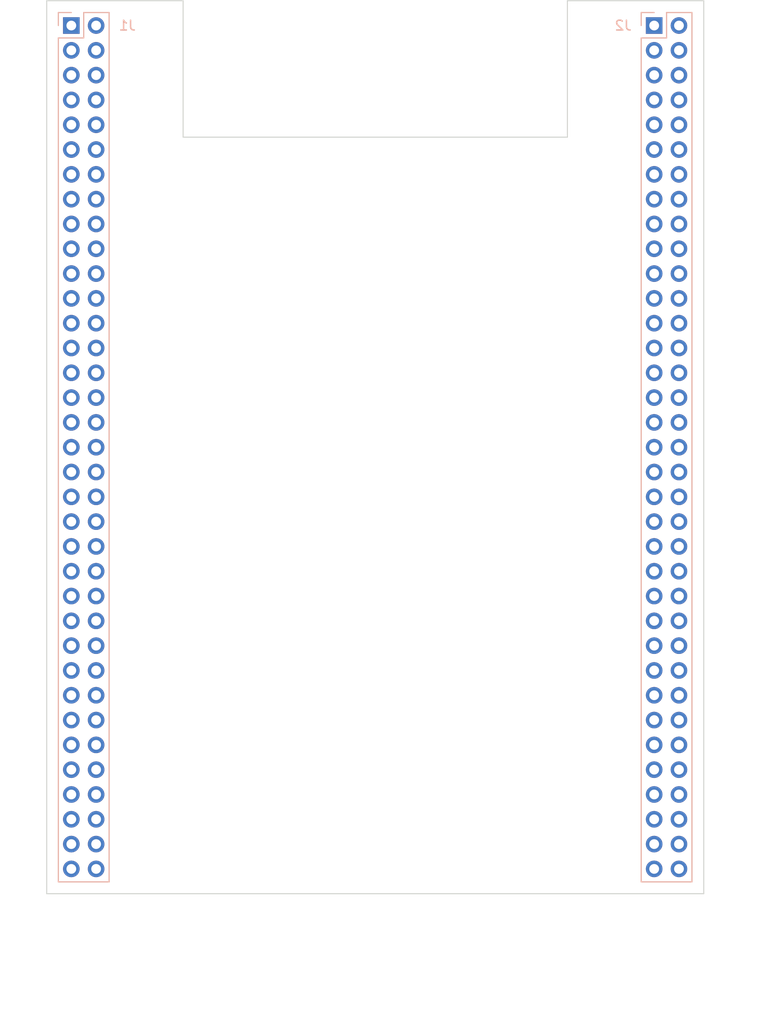
<source format=kicad_pcb>
(kicad_pcb (version 20221018) (generator pcbnew)
  (layers (0 "F.Cu" signal) (31 "B.Cu" signal) (34 "B.Paste" user) (35 "F.Paste" user) (36 "B.SilkS" user "B.Silkscreen") (37 "F.SilkS" user "F.Silkscreen") (38 "B.Mask" user) (39 "F.Mask" user) (44 "Edge.Cuts" user))
  (net 0 "")
  (net 13 "/nRESET")
  (net 15 "GND")
  (net 35 "/A1")
  (net 37 "/A2")
  (net 46 "/D3")
  (net 47 "/D2")
  (net 48 "/D14")
  (net 51 "/D13")
  (net 77 "/A5")
  (net 78 "/A4")
  (net 79 "/D5")
  (net 84 "/D4")
  (net 91 "/D0")
  (net 95 "/D7")
  (net 97 "/D1")
  (net 98 "/D9")
  (net 99 "/D11")
  (net 103 "/D6")
  (net 105 "/D12")
  (net 106 "/D10")
  (net 107 "/D8")
  (net 108 "/A7")
  (net 110 "/A3")
  (net 111 "/A6")
  (net 112 "/D15")
  (net 122 "/IRQ")
  (net 123 "+3.3V")
  (net 124 "/WAKEUP")
  (net 125 "/nOE")
  (net 126 "/nWE")
  (net 128 "/nE1")
  (footprint "Connector_PinSocket_2.54mm:PinSocket_2x35_P2.54mm_Vertical" (layer "B.Cu") (at 160.02 66.04 180)
    (fp_text reference "J2" (at 3.175 0) (layer "B.SilkS") (effects (justify mirror)))
    (fp_text value "Conn_02x35_Odd_Even")
    (fp_line (start -3.87 -87.69) (end 1.33 -87.69) (stroke (width 0.12)) (layer "B.SilkS"))
    (fp_line (start -3.87 1.33) (end -3.87 -87.69) (stroke (width 0.12)) (layer "B.SilkS"))
    (fp_line (start -3.87 1.33) (end -1.27 1.33) (stroke (width 0.12)) (layer "B.SilkS"))
    (fp_line (start -1.27 -1.27) (end 1.33 -1.27) (stroke (width 0.12)) (layer "B.SilkS"))
    (fp_line (start -1.27 1.33) (end -1.27 -1.27) (stroke (width 0.12)) (layer "B.SilkS"))
    (fp_line (start 0 1.33) (end 1.33 1.33) (stroke (width 0.12)) (layer "B.SilkS"))
    (fp_line (start 1.33 -1.27) (end 1.33 -87.69) (stroke (width 0.12)) (layer "B.SilkS"))
    (fp_line (start 1.33 1.33) (end 1.33 0) (stroke (width 0.12)) (layer "B.SilkS"))
    (pad "1" thru_hole rect (at 0 0 180) (size 1.7 1.7) (drill 1) (layers "*.Cu" "*.Mask"))
    (pad "2" thru_hole oval (at -2.54 0 180) (size 1.7 1.7) (drill 1) (layers "*.Cu" "*.Mask"))
    (pad "3" thru_hole oval (at 0 -2.54 180) (size 1.7 1.7) (drill 1) (layers "*.Cu" "*.Mask"))
    (pad "4" thru_hole oval (at -2.54 -2.54 180) (size 1.7 1.7) (drill 1) (layers "*.Cu" "*.Mask"))
    (pad "5" thru_hole oval (at 0 -5.08 180) (size 1.7 1.7) (drill 1) (layers "*.Cu" "*.Mask"))
    (pad "6" thru_hole oval (at -2.54 -5.08 180) (size 1.7 1.7) (drill 1) (layers "*.Cu" "*.Mask"))
    (pad "7" thru_hole oval (at 0 -7.62 180) (size 1.7 1.7) (drill 1) (layers "*.Cu" "*.Mask"))
    (pad "8" thru_hole oval (at -2.54 -7.62 180) (size 1.7 1.7) (drill 1) (layers "*.Cu" "*.Mask"))
    (pad "9" thru_hole oval (at 0 -10.16 180) (size 1.7 1.7) (drill 1) (layers "*.Cu" "*.Mask") (net 15 "GND"))
    (pad "10" thru_hole oval (at -2.54 -10.16 180) (size 1.7 1.7) (drill 1) (layers "*.Cu" "*.Mask") (net 51 "/D13"))
    (pad "11" thru_hole oval (at 0 -12.7 180) (size 1.7 1.7) (drill 1) (layers "*.Cu" "*.Mask"))
    (pad "12" thru_hole oval (at -2.54 -12.7 180) (size 1.7 1.7) (drill 1) (layers "*.Cu" "*.Mask"))
    (pad "13" thru_hole oval (at 0 -15.24 180) (size 1.7 1.7) (drill 1) (layers "*.Cu" "*.Mask"))
    (pad "14" thru_hole oval (at -2.54 -15.24 180) (size 1.7 1.7) (drill 1) (layers "*.Cu" "*.Mask"))
    (pad "15" thru_hole oval (at 0 -17.78 180) (size 1.7 1.7) (drill 1) (layers "*.Cu" "*.Mask"))
    (pad "16" thru_hole oval (at -2.54 -17.78 180) (size 1.7 1.7) (drill 1) (layers "*.Cu" "*.Mask"))
    (pad "17" thru_hole oval (at 0 -20.32 180) (size 1.7 1.7) (drill 1) (layers "*.Cu" "*.Mask"))
    (pad "18" thru_hole oval (at -2.54 -20.32 180) (size 1.7 1.7) (drill 1) (layers "*.Cu" "*.Mask"))
    (pad "19" thru_hole oval (at 0 -22.86 180) (size 1.7 1.7) (drill 1) (layers "*.Cu" "*.Mask") (net 128 "/nE1"))
    (pad "20" thru_hole oval (at -2.54 -22.86 180) (size 1.7 1.7) (drill 1) (layers "*.Cu" "*.Mask") (net 15 "GND"))
    (pad "21" thru_hole oval (at 0 -25.4 180) (size 1.7 1.7) (drill 1) (layers "*.Cu" "*.Mask"))
    (pad "22" thru_hole oval (at -2.54 -25.4 180) (size 1.7 1.7) (drill 1) (layers "*.Cu" "*.Mask"))
    (pad "23" thru_hole oval (at 0 -27.94 180) (size 1.7 1.7) (drill 1) (layers "*.Cu" "*.Mask"))
    (pad "24" thru_hole oval (at -2.54 -27.94 180) (size 1.7 1.7) (drill 1) (layers "*.Cu" "*.Mask"))
    (pad "25" thru_hole oval (at 0 -30.48 180) (size 1.7 1.7) (drill 1) (layers "*.Cu" "*.Mask"))
    (pad "26" thru_hole oval (at -2.54 -30.48 180) (size 1.7 1.7) (drill 1) (layers "*.Cu" "*.Mask"))
    (pad "27" thru_hole oval (at 0 -33.02 180) (size 1.7 1.7) (drill 1) (layers "*.Cu" "*.Mask"))
    (pad "28" thru_hole oval (at -2.54 -33.02 180) (size 1.7 1.7) (drill 1) (layers "*.Cu" "*.Mask"))
    (pad "29" thru_hole oval (at 0 -35.56 180) (size 1.7 1.7) (drill 1) (layers "*.Cu" "*.Mask"))
    (pad "30" thru_hole oval (at -2.54 -35.56 180) (size 1.7 1.7) (drill 1) (layers "*.Cu" "*.Mask"))
    (pad "31" thru_hole oval (at 0 -38.1 180) (size 1.7 1.7) (drill 1) (layers "*.Cu" "*.Mask"))
    (pad "32" thru_hole oval (at -2.54 -38.1 180) (size 1.7 1.7) (drill 1) (layers "*.Cu" "*.Mask") (net 15 "GND"))
    (pad "33" thru_hole oval (at 0 -40.64 180) (size 1.7 1.7) (drill 1) (layers "*.Cu" "*.Mask"))
    (pad "34" thru_hole oval (at -2.54 -40.64 180) (size 1.7 1.7) (drill 1) (layers "*.Cu" "*.Mask"))
    (pad "35" thru_hole oval (at 0 -43.18 180) (size 1.7 1.7) (drill 1) (layers "*.Cu" "*.Mask"))
    (pad "36" thru_hole oval (at -2.54 -43.18 180) (size 1.7 1.7) (drill 1) (layers "*.Cu" "*.Mask") (net 77 "/A5"))
    (pad "37" thru_hole oval (at 0 -45.72 180) (size 1.7 1.7) (drill 1) (layers "*.Cu" "*.Mask"))
    (pad "38" thru_hole oval (at -2.54 -45.72 180) (size 1.7 1.7) (drill 1) (layers "*.Cu" "*.Mask") (net 78 "/A4"))
    (pad "39" thru_hole oval (at 0 -48.26 180) (size 1.7 1.7) (drill 1) (layers "*.Cu" "*.Mask") (net 15 "GND"))
    (pad "40" thru_hole oval (at -2.54 -48.26 180) (size 1.7 1.7) (drill 1) (layers "*.Cu" "*.Mask") (net 79 "/D5"))
    (pad "41" thru_hole oval (at 0 -50.8 180) (size 1.7 1.7) (drill 1) (layers "*.Cu" "*.Mask"))
    (pad "42" thru_hole oval (at -2.54 -50.8 180) (size 1.7 1.7) (drill 1) (layers "*.Cu" "*.Mask"))
    (pad "43" thru_hole oval (at 0 -53.34 180) (size 1.7 1.7) (drill 1) (layers "*.Cu" "*.Mask"))
    (pad "44" thru_hole oval (at -2.54 -53.34 180) (size 1.7 1.7) (drill 1) (layers "*.Cu" "*.Mask") (net 84 "/D4"))
    (pad "45" thru_hole oval (at 0 -55.88 180) (size 1.7 1.7) (drill 1) (layers "*.Cu" "*.Mask"))
    (pad "46" thru_hole oval (at -2.54 -55.88 180) (size 1.7 1.7) (drill 1) (layers "*.Cu" "*.Mask") (net 91 "/D0"))
    (pad "47" thru_hole oval (at 0 -58.42 180) (size 1.7 1.7) (drill 1) (layers "*.Cu" "*.Mask") (net 95 "/D7"))
    (pad "48" thru_hole oval (at -2.54 -58.42 180) (size 1.7 1.7) (drill 1) (layers "*.Cu" "*.Mask") (net 97 "/D1"))
    (pad "49" thru_hole oval (at 0 -60.96 180) (size 1.7 1.7) (drill 1) (layers "*.Cu" "*.Mask") (net 98 "/D9"))
    (pad "50" thru_hole oval (at -2.54 -60.96 180) (size 1.7 1.7) (drill 1) (layers "*.Cu" "*.Mask"))
    (pad "51" thru_hole oval (at 0 -63.5 180) (size 1.7 1.7) (drill 1) (layers "*.Cu" "*.Mask") (net 99 "/D11"))
    (pad "52" thru_hole oval (at -2.54 -63.5 180) (size 1.7 1.7) (drill 1) (layers "*.Cu" "*.Mask") (net 103 "/D6"))
    (pad "53" thru_hole oval (at 0 -66.04 180) (size 1.7 1.7) (drill 1) (layers "*.Cu" "*.Mask") (net 105 "/D12"))
    (pad "54" thru_hole oval (at -2.54 -66.04 180) (size 1.7 1.7) (drill 1) (layers "*.Cu" "*.Mask") (net 15 "GND"))
    (pad "55" thru_hole oval (at 0 -68.58 180) (size 1.7 1.7) (drill 1) (layers "*.Cu" "*.Mask") (net 106 "/D10"))
    (pad "56" thru_hole oval (at -2.54 -68.58 180) (size 1.7 1.7) (drill 1) (layers "*.Cu" "*.Mask") (net 107 "/D8"))
    (pad "57" thru_hole oval (at 0 -71.12 180) (size 1.7 1.7) (drill 1) (layers "*.Cu" "*.Mask") (net 108 "/A7"))
    (pad "58" thru_hole oval (at -2.54 -71.12 180) (size 1.7 1.7) (drill 1) (layers "*.Cu" "*.Mask") (net 110 "/A3"))
    (pad "59" thru_hole oval (at 0 -73.66 180) (size 1.7 1.7) (drill 1) (layers "*.Cu" "*.Mask") (net 111 "/A6"))
    (pad "60" thru_hole oval (at -2.54 -73.66 180) (size 1.7 1.7) (drill 1) (layers "*.Cu" "*.Mask"))
    (pad "61" thru_hole oval (at 0 -76.2 180) (size 1.7 1.7) (drill 1) (layers "*.Cu" "*.Mask"))
    (pad "62" thru_hole oval (at -2.54 -76.2 180) (size 1.7 1.7) (drill 1) (layers "*.Cu" "*.Mask"))
    (pad "63" thru_hole oval (at 0 -78.74 180) (size 1.7 1.7) (drill 1) (layers "*.Cu" "*.Mask") (net 15 "GND"))
    (pad "64" thru_hole oval (at -2.54 -78.74 180) (size 1.7 1.7) (drill 1) (layers "*.Cu" "*.Mask"))
    (pad "65" thru_hole oval (at 0 -81.28 180) (size 1.7 1.7) (drill 1) (layers "*.Cu" "*.Mask") (net 112 "/D15"))
    (pad "66" thru_hole oval (at -2.54 -81.28 180) (size 1.7 1.7) (drill 1) (layers "*.Cu" "*.Mask"))
    (pad "67" thru_hole oval (at 0 -83.82 180) (size 1.7 1.7) (drill 1) (layers "*.Cu" "*.Mask"))
    (pad "68" thru_hole oval (at -2.54 -83.82 180) (size 1.7 1.7) (drill 1) (layers "*.Cu" "*.Mask"))
    (pad "69" thru_hole oval (at 0 -86.36 180) (size 1.7 1.7) (drill 1) (layers "*.Cu" "*.Mask"))
    (pad "70" thru_hole oval (at -2.54 -86.36 180) (size 1.7 1.7) (drill 1) (layers "*.Cu" "*.Mask"))
  )
  (footprint "Connector_PinSocket_2.54mm:PinSocket_2x35_P2.54mm_Vertical" (layer "B.Cu") (at 100.31 66.04 180)
    (fp_text reference "J1" (at -5.735 0) (layer "B.SilkS") (effects (justify mirror)))
    (fp_text value "Conn_02x35_Odd_Even")
    (fp_line (start -3.87 -87.69) (end 1.33 -87.69) (stroke (width 0.12)) (layer "B.SilkS"))
    (fp_line (start -3.87 1.33) (end -3.87 -87.69) (stroke (width 0.12)) (layer "B.SilkS"))
    (fp_line (start -3.87 1.33) (end -1.27 1.33) (stroke (width 0.12)) (layer "B.SilkS"))
    (fp_line (start -1.27 -1.27) (end 1.33 -1.27) (stroke (width 0.12)) (layer "B.SilkS"))
    (fp_line (start -1.27 1.33) (end -1.27 -1.27) (stroke (width 0.12)) (layer "B.SilkS"))
    (fp_line (start 0 1.33) (end 1.33 1.33) (stroke (width 0.12)) (layer "B.SilkS"))
    (fp_line (start 1.33 -1.27) (end 1.33 -87.69) (stroke (width 0.12)) (layer "B.SilkS"))
    (fp_line (start 1.33 1.33) (end 1.33 0) (stroke (width 0.12)) (layer "B.SilkS"))
    (pad "1" thru_hole rect (at 0 0 180) (size 1.7 1.7) (drill 1) (layers "*.Cu" "*.Mask"))
    (pad "2" thru_hole oval (at -2.54 0 180) (size 1.7 1.7) (drill 1) (layers "*.Cu" "*.Mask"))
    (pad "3" thru_hole oval (at 0 -2.54 180) (size 1.7 1.7) (drill 1) (layers "*.Cu" "*.Mask"))
    (pad "4" thru_hole oval (at -2.54 -2.54 180) (size 1.7 1.7) (drill 1) (layers "*.Cu" "*.Mask"))
    (pad "5" thru_hole oval (at 0 -5.08 180) (size 1.7 1.7) (drill 1) (layers "*.Cu" "*.Mask"))
    (pad "6" thru_hole oval (at -2.54 -5.08 180) (size 1.7 1.7) (drill 1) (layers "*.Cu" "*.Mask"))
    (pad "7" thru_hole oval (at 0 -7.62 180) (size 1.7 1.7) (drill 1) (layers "*.Cu" "*.Mask"))
    (pad "8" thru_hole oval (at -2.54 -7.62 180) (size 1.7 1.7) (drill 1) (layers "*.Cu" "*.Mask") (net 15 "GND"))
    (pad "9" thru_hole oval (at 0 -10.16 180) (size 1.7 1.7) (drill 1) (layers "*.Cu" "*.Mask"))
    (pad "10" thru_hole oval (at -2.54 -10.16 180) (size 1.7 1.7) (drill 1) (layers "*.Cu" "*.Mask"))
    (pad "11" thru_hole oval (at 0 -12.7 180) (size 1.7 1.7) (drill 1) (layers "*.Cu" "*.Mask"))
    (pad "12" thru_hole oval (at -2.54 -12.7 180) (size 1.7 1.7) (drill 1) (layers "*.Cu" "*.Mask"))
    (pad "13" thru_hole oval (at 0 -15.24 180) (size 1.7 1.7) (drill 1) (layers "*.Cu" "*.Mask"))
    (pad "14" thru_hole oval (at -2.54 -15.24 180) (size 1.7 1.7) (drill 1) (layers "*.Cu" "*.Mask") (net 13 "/nRESET"))
    (pad "15" thru_hole oval (at 0 -17.78 180) (size 1.7 1.7) (drill 1) (layers "*.Cu" "*.Mask"))
    (pad "16" thru_hole oval (at -2.54 -17.78 180) (size 1.7 1.7) (drill 1) (layers "*.Cu" "*.Mask") (net 123 "+3.3V"))
    (pad "17" thru_hole oval (at 0 -20.32 180) (size 1.7 1.7) (drill 1) (layers "*.Cu" "*.Mask"))
    (pad "18" thru_hole oval (at -2.54 -20.32 180) (size 1.7 1.7) (drill 1) (layers "*.Cu" "*.Mask"))
    (pad "19" thru_hole oval (at 0 -22.86 180) (size 1.7 1.7) (drill 1) (layers "*.Cu" "*.Mask") (net 15 "GND"))
    (pad "20" thru_hole oval (at -2.54 -22.86 180) (size 1.7 1.7) (drill 1) (layers "*.Cu" "*.Mask") (net 15 "GND"))
    (pad "21" thru_hole oval (at 0 -25.4 180) (size 1.7 1.7) (drill 1) (layers "*.Cu" "*.Mask"))
    (pad "22" thru_hole oval (at -2.54 -25.4 180) (size 1.7 1.7) (drill 1) (layers "*.Cu" "*.Mask") (net 15 "GND"))
    (pad "23" thru_hole oval (at 0 -27.94 180) (size 1.7 1.7) (drill 1) (layers "*.Cu" "*.Mask"))
    (pad "24" thru_hole oval (at -2.54 -27.94 180) (size 1.7 1.7) (drill 1) (layers "*.Cu" "*.Mask"))
    (pad "25" thru_hole oval (at 0 -30.48 180) (size 1.7 1.7) (drill 1) (layers "*.Cu" "*.Mask"))
    (pad "26" thru_hole oval (at -2.54 -30.48 180) (size 1.7 1.7) (drill 1) (layers "*.Cu" "*.Mask"))
    (pad "27" thru_hole oval (at 0 -33.02 180) (size 1.7 1.7) (drill 1) (layers "*.Cu" "*.Mask"))
    (pad "28" thru_hole oval (at -2.54 -33.02 180) (size 1.7 1.7) (drill 1) (layers "*.Cu" "*.Mask") (net 124 "/WAKEUP"))
    (pad "29" thru_hole oval (at 0 -35.56 180) (size 1.7 1.7) (drill 1) (layers "*.Cu" "*.Mask"))
    (pad "30" thru_hole oval (at -2.54 -35.56 180) (size 1.7 1.7) (drill 1) (layers "*.Cu" "*.Mask"))
    (pad "31" thru_hole oval (at 0 -38.1 180) (size 1.7 1.7) (drill 1) (layers "*.Cu" "*.Mask"))
    (pad "32" thru_hole oval (at -2.54 -38.1 180) (size 1.7 1.7) (drill 1) (layers "*.Cu" "*.Mask") (net 122 "/IRQ"))
    (pad "33" thru_hole oval (at 0 -40.64 180) (size 1.7 1.7) (drill 1) (layers "*.Cu" "*.Mask"))
    (pad "34" thru_hole oval (at -2.54 -40.64 180) (size 1.7 1.7) (drill 1) (layers "*.Cu" "*.Mask"))
    (pad "35" thru_hole oval (at 0 -43.18 180) (size 1.7 1.7) (drill 1) (layers "*.Cu" "*.Mask"))
    (pad "36" thru_hole oval (at -2.54 -43.18 180) (size 1.7 1.7) (drill 1) (layers "*.Cu" "*.Mask"))
    (pad "37" thru_hole oval (at 0 -45.72 180) (size 1.7 1.7) (drill 1) (layers "*.Cu" "*.Mask"))
    (pad "38" thru_hole oval (at -2.54 -45.72 180) (size 1.7 1.7) (drill 1) (layers "*.Cu" "*.Mask"))
    (pad "39" thru_hole oval (at 0 -48.26 180) (size 1.7 1.7) (drill 1) (layers "*.Cu" "*.Mask") (net 125 "/nOE"))
    (pad "40" thru_hole oval (at -2.54 -48.26 180) (size 1.7 1.7) (drill 1) (layers "*.Cu" "*.Mask"))
    (pad "41" thru_hole oval (at 0 -50.8 180) (size 1.7 1.7) (drill 1) (layers "*.Cu" "*.Mask") (net 126 "/nWE"))
    (pad "42" thru_hole oval (at -2.54 -50.8 180) (size 1.7 1.7) (drill 1) (layers "*.Cu" "*.Mask"))
    (pad "43" thru_hole oval (at 0 -53.34 180) (size 1.7 1.7) (drill 1) (layers "*.Cu" "*.Mask"))
    (pad "44" thru_hole oval (at -2.54 -53.34 180) (size 1.7 1.7) (drill 1) (layers "*.Cu" "*.Mask"))
    (pad "45" thru_hole oval (at 0 -55.88 180) (size 1.7 1.7) (drill 1) (layers "*.Cu" "*.Mask"))
    (pad "46" thru_hole oval (at -2.54 -55.88 180) (size 1.7 1.7) (drill 1) (layers "*.Cu" "*.Mask"))
    (pad "47" thru_hole oval (at 0 -58.42 180) (size 1.7 1.7) (drill 1) (layers "*.Cu" "*.Mask"))
    (pad "48" thru_hole oval (at -2.54 -58.42 180) (size 1.7 1.7) (drill 1) (layers "*.Cu" "*.Mask"))
    (pad "49" thru_hole oval (at 0 -60.96 180) (size 1.7 1.7) (drill 1) (layers "*.Cu" "*.Mask") (net 15 "GND"))
    (pad "50" thru_hole oval (at -2.54 -60.96 180) (size 1.7 1.7) (drill 1) (layers "*.Cu" "*.Mask"))
    (pad "51" thru_hole oval (at 0 -63.5 180) (size 1.7 1.7) (drill 1) (layers "*.Cu" "*.Mask") (net 35 "/A1"))
    (pad "52" thru_hole oval (at -2.54 -63.5 180) (size 1.7 1.7) (drill 1) (layers "*.Cu" "*.Mask") (net 37 "/A2"))
    (pad "53" thru_hole oval (at 0 -66.04 180) (size 1.7 1.7) (drill 1) (layers "*.Cu" "*.Mask"))
    (pad "54" thru_hole oval (at -2.54 -66.04 180) (size 1.7 1.7) (drill 1) (layers "*.Cu" "*.Mask"))
    (pad "55" thru_hole oval (at 0 -68.58 180) (size 1.7 1.7) (drill 1) (layers "*.Cu" "*.Mask") (net 46 "/D3"))
    (pad "56" thru_hole oval (at -2.54 -68.58 180) (size 1.7 1.7) (drill 1) (layers "*.Cu" "*.Mask"))
    (pad "57" thru_hole oval (at 0 -71.12 180) (size 1.7 1.7) (drill 1) (layers "*.Cu" "*.Mask") (net 47 "/D2"))
    (pad "58" thru_hole oval (at -2.54 -71.12 180) (size 1.7 1.7) (drill 1) (layers "*.Cu" "*.Mask"))
    (pad "59" thru_hole oval (at 0 -73.66 180) (size 1.7 1.7) (drill 1) (layers "*.Cu" "*.Mask"))
    (pad "60" thru_hole oval (at -2.54 -73.66 180) (size 1.7 1.7) (drill 1) (layers "*.Cu" "*.Mask") (net 15 "GND"))
    (pad "61" thru_hole oval (at 0 -76.2 180) (size 1.7 1.7) (drill 1) (layers "*.Cu" "*.Mask"))
    (pad "62" thru_hole oval (at -2.54 -76.2 180) (size 1.7 1.7) (drill 1) (layers "*.Cu" "*.Mask"))
    (pad "63" thru_hole oval (at 0 -78.74 180) (size 1.7 1.7) (drill 1) (layers "*.Cu" "*.Mask"))
    (pad "64" thru_hole oval (at -2.54 -78.74 180) (size 1.7 1.7) (drill 1) (layers "*.Cu" "*.Mask"))
    (pad "65" thru_hole oval (at 0 -81.28 180) (size 1.7 1.7) (drill 1) (layers "*.Cu" "*.Mask"))
    (pad "66" thru_hole oval (at -2.54 -81.28 180) (size 1.7 1.7) (drill 1) (layers "*.Cu" "*.Mask"))
    (pad "67" thru_hole oval (at 0 -83.82 180) (size 1.7 1.7) (drill 1) (layers "*.Cu" "*.Mask"))
    (pad "68" thru_hole oval (at -2.54 -83.82 180) (size 1.7 1.7) (drill 1) (layers "*.Cu" "*.Mask"))
    (pad "69" thru_hole oval (at 0 -86.36 180) (size 1.7 1.7) (drill 1) (layers "*.Cu" "*.Mask") (net 48 "/D14"))
    (pad "70" thru_hole oval (at -2.54 -86.36 180) (size 1.7 1.7) (drill 1) (layers "*.Cu" "*.Mask"))
  )
  (gr_line (start 165.1 154.94) (end 165.1 63.5) (stroke (width 0.1)) (layer "Edge.Cuts"))
  (gr_line (start 111.76 63.5) (end 97.79 63.5) (stroke (width 0.1)) (layer "Edge.Cuts"))
  (gr_line (start 97.79 154.94) (end 165.1 154.94) (stroke (width 0.1)) (layer "Edge.Cuts"))
  (gr_line (start 151.13 63.5) (end 151.13 77.47) (stroke (width 0.1)) (layer "Edge.Cuts"))
  (gr_line (start 111.76 77.47) (end 111.76 63.5) (stroke (width 0.1)) (layer "Edge.Cuts"))
  (gr_line (start 165.1 63.5) (end 151.13 63.5) (stroke (width 0.1)) (layer "Edge.Cuts"))
  (gr_line (start 97.79 63.5) (end 97.79 154.94) (stroke (width 0.1)) (layer "Edge.Cuts"))
  (gr_line (start 151.13 77.47) (end 111.76 77.47) (stroke (width 0.1)) (layer "Edge.Cuts"))
)
</source>
